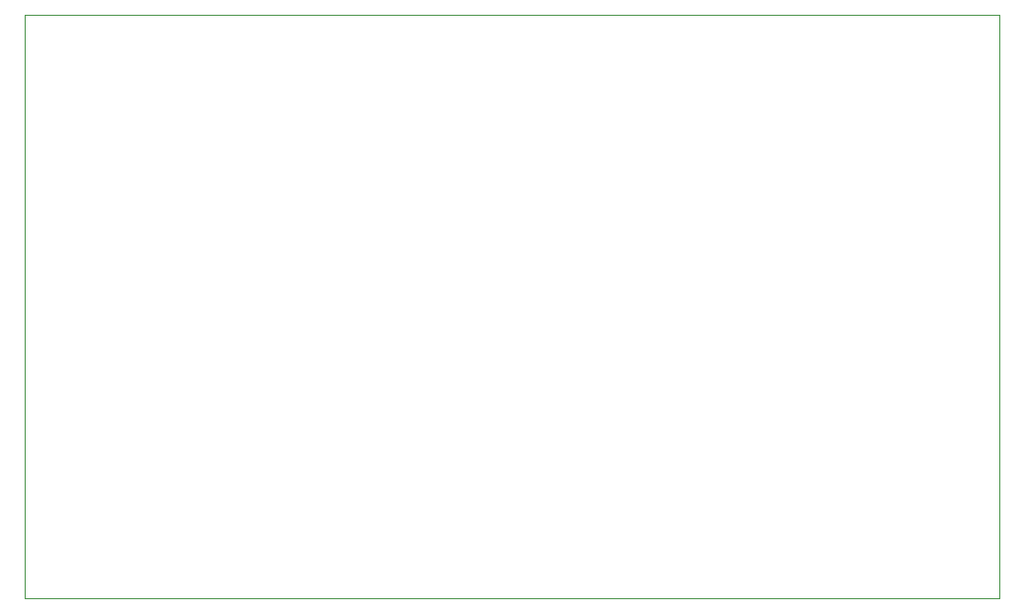
<source format=gbr>
%TF.GenerationSoftware,KiCad,Pcbnew,7.0.7*%
%TF.CreationDate,2023-09-26T16:34:25+02:00*%
%TF.ProjectId,OS-ServoDriver,4f532d53-6572-4766-9f44-72697665722e,rev?*%
%TF.SameCoordinates,Original*%
%TF.FileFunction,Profile,NP*%
%FSLAX46Y46*%
G04 Gerber Fmt 4.6, Leading zero omitted, Abs format (unit mm)*
G04 Created by KiCad (PCBNEW 7.0.7) date 2023-09-26 16:34:25*
%MOMM*%
%LPD*%
G01*
G04 APERTURE LIST*
%TA.AperFunction,Profile*%
%ADD10C,0.100000*%
%TD*%
G04 APERTURE END LIST*
D10*
X83500000Y-99000000D02*
X167000000Y-99000000D01*
X167000000Y-149000000D01*
X83500000Y-149000000D01*
X83500000Y-99000000D01*
M02*

</source>
